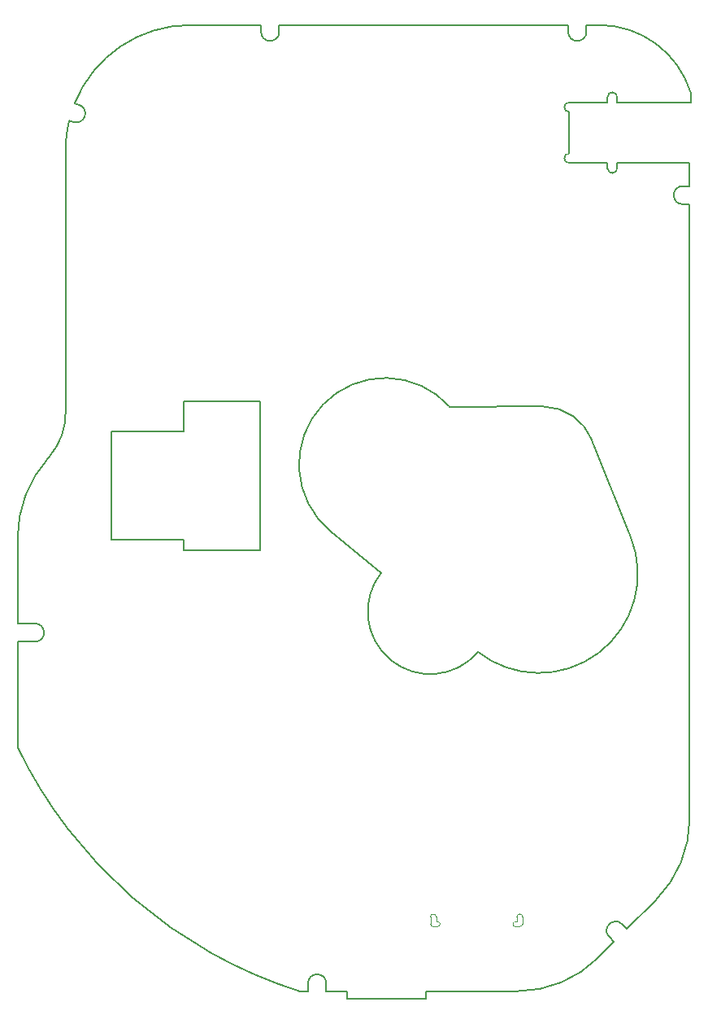
<source format=gbr>
G04 #@! TF.GenerationSoftware,KiCad,Pcbnew,5.1.6+dfsg1-1~bpo10+1*
G04 #@! TF.CreationDate,2021-06-28T17:41:37-04:00*
G04 #@! TF.ProjectId,RUSP_Mainboard,52555350-5f4d-4616-996e-626f6172642e,rev?*
G04 #@! TF.SameCoordinates,Original*
G04 #@! TF.FileFunction,Profile,NP*
%FSLAX46Y46*%
G04 Gerber Fmt 4.6, Leading zero omitted, Abs format (unit mm)*
G04 Created by KiCad (PCBNEW 5.1.6+dfsg1-1~bpo10+1) date 2021-06-28 17:41:37*
%MOMM*%
%LPD*%
G01*
G04 APERTURE LIST*
G04 #@! TA.AperFunction,Profile*
%ADD10C,0.150000*%
G04 #@! TD*
G04 #@! TA.AperFunction,Profile*
%ADD11C,0.100000*%
G04 #@! TD*
G04 APERTURE END LIST*
D10*
X129000000Y-108900000D02*
X129000000Y-107875000D01*
X121500000Y-107875000D02*
X129000000Y-107875000D01*
X181811715Y-61339469D02*
X181810000Y-62345000D01*
X115080000Y-99100000D02*
X114869642Y-99369681D01*
X163729707Y-154800309D02*
X154200000Y-154800000D01*
X154200000Y-155600000D02*
X154200000Y-154800000D01*
X146000000Y-155600000D02*
X146000000Y-154800000D01*
X146000000Y-155600000D02*
X154200000Y-155600000D01*
X143850000Y-154800000D02*
X146000000Y-154800000D01*
X141047017Y-154796974D02*
G75*
G02*
X111700000Y-129420000I14742983J46706974D01*
G01*
X121500000Y-107875000D02*
X121500000Y-96575000D01*
X137000000Y-108900000D02*
X129000000Y-108900000D01*
X166499722Y-93990344D02*
X156700000Y-94000000D01*
X166499722Y-93990344D02*
G75*
G02*
X171525000Y-97475000I-99722J-5509656D01*
G01*
X159651005Y-119510250D02*
G75*
G02*
X149570001Y-111280001I-4971005J4200250D01*
G01*
X171525000Y-97475000D02*
X175564847Y-107579056D01*
X175564846Y-107579056D02*
G75*
G02*
X159651004Y-119510250I-9564846J-3820944D01*
G01*
X149570000Y-111280000D02*
X144308811Y-106964221D01*
X129000000Y-93400000D02*
X137000000Y-93400000D01*
X173150000Y-62350000D02*
X173150000Y-61800000D01*
X174150000Y-61800000D02*
X174150000Y-62350000D01*
X173150000Y-61800000D02*
G75*
G02*
X174150000Y-61800000I500000J0D01*
G01*
X169150000Y-63350000D02*
G75*
G02*
X169150000Y-62350000I0J500000D01*
G01*
X169150000Y-67650000D02*
G75*
G03*
X169150000Y-68650000I0J-500000D01*
G01*
X173150000Y-69200000D02*
G75*
G03*
X174150000Y-69200000I500000J0D01*
G01*
X174150000Y-62350000D02*
X181810000Y-62345000D01*
X169150000Y-62350000D02*
X173150000Y-62350000D01*
X169150000Y-67650000D02*
X169150000Y-63350000D01*
X173150000Y-68650000D02*
X169150000Y-68650000D01*
X173150000Y-69200000D02*
X173150000Y-68650000D01*
X174150000Y-68650000D02*
X174150000Y-69200000D01*
X181700000Y-68650000D02*
X174150000Y-68650000D01*
X137000000Y-108900000D02*
X137000000Y-93400000D01*
X121500000Y-96575000D02*
X129000000Y-96575000D01*
X129000000Y-93400000D02*
X129000000Y-96575000D01*
X181700000Y-71050000D02*
X181700000Y-68650000D01*
X181000000Y-71050000D02*
X181700000Y-71050000D01*
X181000000Y-71050000D02*
G75*
G03*
X181000000Y-72950000I0J-950000D01*
G01*
X181700000Y-72950000D02*
X181000000Y-72950000D01*
X181811715Y-61339469D02*
G75*
G03*
X172260000Y-54300000I-9551715J-2960531D01*
G01*
X170950000Y-54300000D02*
X172260000Y-54300000D01*
X170950000Y-55000000D02*
X170950000Y-54300000D01*
X169050000Y-54300000D02*
X169050000Y-55000000D01*
X170950000Y-55000000D02*
G75*
G02*
X169050000Y-55000000I-950000J0D01*
G01*
X138950000Y-54300000D02*
X169050000Y-54300000D01*
X138950000Y-55000000D02*
X138950000Y-54300000D01*
X138950000Y-55000000D02*
G75*
G02*
X137050000Y-55000000I-950000J0D01*
G01*
X137050000Y-54300000D02*
X137050000Y-55000000D01*
X129700000Y-54300000D02*
X137050000Y-54300000D01*
X129700000Y-54299821D02*
G75*
G03*
X117638000Y-62451000I0J-13000179D01*
G01*
X118089000Y-62595000D02*
X117638000Y-62451000D01*
X118089000Y-62595000D02*
G75*
G02*
X117511000Y-64405000I-289000J-905000D01*
G01*
X117060000Y-64261000D02*
X117511000Y-64405000D01*
X117060192Y-64261046D02*
G75*
G03*
X116700000Y-67300000I12639808J-3038954D01*
G01*
X116697313Y-94620000D02*
X116700000Y-67300000D01*
X116697313Y-94620000D02*
G75*
G02*
X115080000Y-99100000I-6847313J-60000D01*
G01*
X114869642Y-99369681D02*
G75*
G03*
X111700000Y-107688000I9330358J-8318319D01*
G01*
X111700000Y-116550000D02*
X111700000Y-107688000D01*
X113500000Y-116550000D02*
X111700000Y-116550000D01*
X113500000Y-116550000D02*
G75*
G02*
X113500000Y-118450000I0J-950000D01*
G01*
X111700000Y-118450000D02*
X113500000Y-118450000D01*
X111700000Y-129420000D02*
X111700000Y-118450000D01*
X141950000Y-154800000D02*
X141047017Y-154796974D01*
X141950000Y-154000000D02*
X141950000Y-154800000D01*
X141950000Y-154000000D02*
G75*
G02*
X143850000Y-154000000I950000J0D01*
G01*
X143850000Y-154800000D02*
X143850000Y-154000000D01*
X163729707Y-154800309D02*
G75*
G03*
X172215000Y-151285000I-707J12000309D01*
G01*
X173828000Y-149672000D02*
X172215000Y-151285000D01*
X173328000Y-149172000D02*
X173828000Y-149672000D01*
X173328000Y-149172000D02*
G75*
G02*
X174672000Y-147828000I672000J672000D01*
G01*
X175172000Y-148328000D02*
X174672000Y-147828000D01*
X144308811Y-106964221D02*
G75*
G02*
X156700000Y-94000000I5691189J6964221D01*
G01*
X178184781Y-145314781D02*
G75*
G03*
X181700000Y-136829000I-8484781J8485781D01*
G01*
X178185000Y-145315000D02*
X175172000Y-148328000D01*
X181700000Y-72950000D02*
X181700000Y-136829000D01*
D11*
X163550000Y-147575000D02*
X163700000Y-147575000D01*
X163700000Y-147575000D02*
X163700000Y-147075000D01*
X164300000Y-147075000D02*
X164300000Y-147825000D01*
X164000000Y-148075000D02*
X163550000Y-148075000D01*
X154700000Y-147825000D02*
X154700000Y-147075000D01*
X155300000Y-147075000D02*
X155300000Y-147575000D01*
X155300000Y-147575000D02*
X155450000Y-147575000D01*
X155450000Y-148075000D02*
X155000000Y-148075000D01*
X155000000Y-148075000D02*
G75*
G02*
X154700000Y-147825000I-25000J275000D01*
G01*
X155450000Y-147575000D02*
G75*
G02*
X155450000Y-148075000I0J-250000D01*
G01*
X154700000Y-147075000D02*
G75*
G02*
X155300000Y-147075000I300000J0D01*
G01*
X163550000Y-148075000D02*
G75*
G02*
X163550000Y-147575000I0J250000D01*
G01*
X164300000Y-147825000D02*
G75*
G02*
X164000000Y-148075000I-275000J25000D01*
G01*
X163700000Y-147075000D02*
G75*
G02*
X164300000Y-147075000I300000J0D01*
G01*
M02*

</source>
